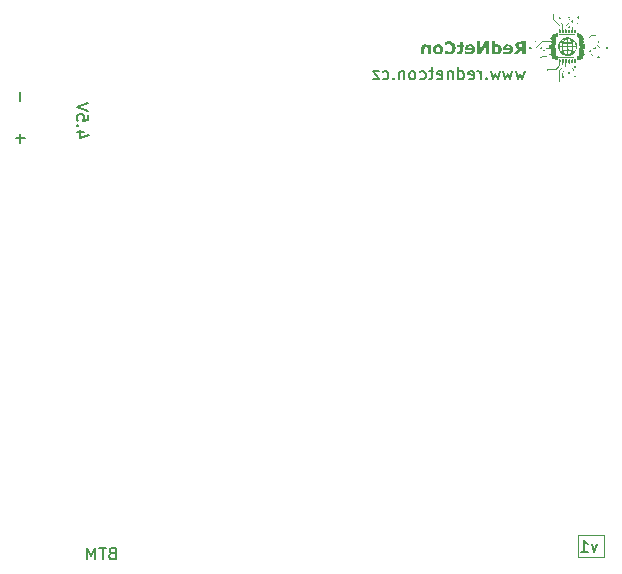
<source format=gbo>
G04 #@! TF.GenerationSoftware,KiCad,Pcbnew,8.0.6*
G04 #@! TF.CreationDate,2025-01-02T19:07:44+01:00*
G04 #@! TF.ProjectId,kostka,6b6f7374-6b61-42e6-9b69-6361645f7063,1*
G04 #@! TF.SameCoordinates,Original*
G04 #@! TF.FileFunction,Legend,Bot*
G04 #@! TF.FilePolarity,Positive*
%FSLAX46Y46*%
G04 Gerber Fmt 4.6, Leading zero omitted, Abs format (unit mm)*
G04 Created by KiCad (PCBNEW 8.0.6) date 2025-01-02 19:07:44*
%MOMM*%
%LPD*%
G01*
G04 APERTURE LIST*
%ADD10C,0.150000*%
%ADD11C,0.100000*%
%ADD12C,0.200000*%
%ADD13C,0.000000*%
%ADD14C,2.800000*%
%ADD15R,1.600000X1.600000*%
%ADD16O,1.600000X1.600000*%
%ADD17C,1.600000*%
%ADD18R,1.050000X1.500000*%
%ADD19O,1.050000X1.500000*%
%ADD20R,2.000000X2.000000*%
%ADD21C,2.000000*%
%ADD22R,1.800000X1.800000*%
%ADD23C,1.800000*%
%ADD24R,1.500000X1.050000*%
%ADD25O,1.500000X1.050000*%
%ADD26R,2.400000X2.400000*%
%ADD27C,2.400000*%
G04 APERTURE END LIST*
D10*
X137956847Y-72577149D02*
X137290180Y-72577149D01*
X138337800Y-72815244D02*
X137623514Y-73053339D01*
X137623514Y-73053339D02*
X137623514Y-72434292D01*
X137385419Y-72053339D02*
X137337800Y-72005720D01*
X137337800Y-72005720D02*
X137290180Y-72053339D01*
X137290180Y-72053339D02*
X137337800Y-72100958D01*
X137337800Y-72100958D02*
X137385419Y-72053339D01*
X137385419Y-72053339D02*
X137290180Y-72053339D01*
X138290180Y-71100959D02*
X138290180Y-71577149D01*
X138290180Y-71577149D02*
X137813990Y-71624768D01*
X137813990Y-71624768D02*
X137861609Y-71577149D01*
X137861609Y-71577149D02*
X137909228Y-71481911D01*
X137909228Y-71481911D02*
X137909228Y-71243816D01*
X137909228Y-71243816D02*
X137861609Y-71148578D01*
X137861609Y-71148578D02*
X137813990Y-71100959D01*
X137813990Y-71100959D02*
X137718752Y-71053340D01*
X137718752Y-71053340D02*
X137480657Y-71053340D01*
X137480657Y-71053340D02*
X137385419Y-71100959D01*
X137385419Y-71100959D02*
X137337800Y-71148578D01*
X137337800Y-71148578D02*
X137290180Y-71243816D01*
X137290180Y-71243816D02*
X137290180Y-71481911D01*
X137290180Y-71481911D02*
X137337800Y-71577149D01*
X137337800Y-71577149D02*
X137385419Y-71624768D01*
X138290180Y-70767625D02*
X137290180Y-70434292D01*
X137290180Y-70434292D02*
X138290180Y-70100959D01*
X132521366Y-69234279D02*
X132521366Y-69996184D01*
X132521366Y-72726779D02*
X132521366Y-73488684D01*
X132902319Y-73107731D02*
X132140414Y-73107731D01*
D11*
X179705000Y-106680000D02*
X179705000Y-108585000D01*
X181927500Y-106680000D02*
X179705000Y-106680000D01*
X181927500Y-108585000D02*
X181927500Y-106680000D01*
X179705000Y-108585000D02*
X181927500Y-108585000D01*
D10*
X181368458Y-107470652D02*
X181130363Y-108137319D01*
X181130363Y-108137319D02*
X180892268Y-107470652D01*
X179987506Y-108137319D02*
X180558934Y-108137319D01*
X180273220Y-108137319D02*
X180273220Y-107137319D01*
X180273220Y-107137319D02*
X180368458Y-107280176D01*
X180368458Y-107280176D02*
X180463696Y-107375414D01*
X180463696Y-107375414D02*
X180558934Y-107423033D01*
X140299887Y-108248509D02*
X140157030Y-108296128D01*
X140157030Y-108296128D02*
X140109411Y-108343747D01*
X140109411Y-108343747D02*
X140061792Y-108438985D01*
X140061792Y-108438985D02*
X140061792Y-108581842D01*
X140061792Y-108581842D02*
X140109411Y-108677080D01*
X140109411Y-108677080D02*
X140157030Y-108724700D01*
X140157030Y-108724700D02*
X140252268Y-108772319D01*
X140252268Y-108772319D02*
X140633220Y-108772319D01*
X140633220Y-108772319D02*
X140633220Y-107772319D01*
X140633220Y-107772319D02*
X140299887Y-107772319D01*
X140299887Y-107772319D02*
X140204649Y-107819938D01*
X140204649Y-107819938D02*
X140157030Y-107867557D01*
X140157030Y-107867557D02*
X140109411Y-107962795D01*
X140109411Y-107962795D02*
X140109411Y-108058033D01*
X140109411Y-108058033D02*
X140157030Y-108153271D01*
X140157030Y-108153271D02*
X140204649Y-108200890D01*
X140204649Y-108200890D02*
X140299887Y-108248509D01*
X140299887Y-108248509D02*
X140633220Y-108248509D01*
X139776077Y-107772319D02*
X139204649Y-107772319D01*
X139490363Y-108772319D02*
X139490363Y-107772319D01*
X138871315Y-108772319D02*
X138871315Y-107772319D01*
X138871315Y-107772319D02*
X138537982Y-108486604D01*
X138537982Y-108486604D02*
X138204649Y-107772319D01*
X138204649Y-107772319D02*
X138204649Y-108772319D01*
D12*
X175225564Y-67450552D02*
X175035088Y-68117219D01*
X175035088Y-68117219D02*
X174844612Y-67641028D01*
X174844612Y-67641028D02*
X174654136Y-68117219D01*
X174654136Y-68117219D02*
X174463660Y-67450552D01*
X174177945Y-67450552D02*
X173987469Y-68117219D01*
X173987469Y-68117219D02*
X173796993Y-67641028D01*
X173796993Y-67641028D02*
X173606517Y-68117219D01*
X173606517Y-68117219D02*
X173416041Y-67450552D01*
X173130326Y-67450552D02*
X172939850Y-68117219D01*
X172939850Y-68117219D02*
X172749374Y-67641028D01*
X172749374Y-67641028D02*
X172558898Y-68117219D01*
X172558898Y-68117219D02*
X172368422Y-67450552D01*
X171987469Y-68021980D02*
X171939850Y-68069600D01*
X171939850Y-68069600D02*
X171987469Y-68117219D01*
X171987469Y-68117219D02*
X172035088Y-68069600D01*
X172035088Y-68069600D02*
X171987469Y-68021980D01*
X171987469Y-68021980D02*
X171987469Y-68117219D01*
X171511279Y-68117219D02*
X171511279Y-67450552D01*
X171511279Y-67641028D02*
X171463660Y-67545790D01*
X171463660Y-67545790D02*
X171416041Y-67498171D01*
X171416041Y-67498171D02*
X171320803Y-67450552D01*
X171320803Y-67450552D02*
X171225565Y-67450552D01*
X170511279Y-68069600D02*
X170606517Y-68117219D01*
X170606517Y-68117219D02*
X170796993Y-68117219D01*
X170796993Y-68117219D02*
X170892231Y-68069600D01*
X170892231Y-68069600D02*
X170939850Y-67974361D01*
X170939850Y-67974361D02*
X170939850Y-67593409D01*
X170939850Y-67593409D02*
X170892231Y-67498171D01*
X170892231Y-67498171D02*
X170796993Y-67450552D01*
X170796993Y-67450552D02*
X170606517Y-67450552D01*
X170606517Y-67450552D02*
X170511279Y-67498171D01*
X170511279Y-67498171D02*
X170463660Y-67593409D01*
X170463660Y-67593409D02*
X170463660Y-67688647D01*
X170463660Y-67688647D02*
X170939850Y-67783885D01*
X169606517Y-68117219D02*
X169606517Y-67117219D01*
X169606517Y-68069600D02*
X169701755Y-68117219D01*
X169701755Y-68117219D02*
X169892231Y-68117219D01*
X169892231Y-68117219D02*
X169987469Y-68069600D01*
X169987469Y-68069600D02*
X170035088Y-68021980D01*
X170035088Y-68021980D02*
X170082707Y-67926742D01*
X170082707Y-67926742D02*
X170082707Y-67641028D01*
X170082707Y-67641028D02*
X170035088Y-67545790D01*
X170035088Y-67545790D02*
X169987469Y-67498171D01*
X169987469Y-67498171D02*
X169892231Y-67450552D01*
X169892231Y-67450552D02*
X169701755Y-67450552D01*
X169701755Y-67450552D02*
X169606517Y-67498171D01*
X169130326Y-67450552D02*
X169130326Y-68117219D01*
X169130326Y-67545790D02*
X169082707Y-67498171D01*
X169082707Y-67498171D02*
X168987469Y-67450552D01*
X168987469Y-67450552D02*
X168844612Y-67450552D01*
X168844612Y-67450552D02*
X168749374Y-67498171D01*
X168749374Y-67498171D02*
X168701755Y-67593409D01*
X168701755Y-67593409D02*
X168701755Y-68117219D01*
X167844612Y-68069600D02*
X167939850Y-68117219D01*
X167939850Y-68117219D02*
X168130326Y-68117219D01*
X168130326Y-68117219D02*
X168225564Y-68069600D01*
X168225564Y-68069600D02*
X168273183Y-67974361D01*
X168273183Y-67974361D02*
X168273183Y-67593409D01*
X168273183Y-67593409D02*
X168225564Y-67498171D01*
X168225564Y-67498171D02*
X168130326Y-67450552D01*
X168130326Y-67450552D02*
X167939850Y-67450552D01*
X167939850Y-67450552D02*
X167844612Y-67498171D01*
X167844612Y-67498171D02*
X167796993Y-67593409D01*
X167796993Y-67593409D02*
X167796993Y-67688647D01*
X167796993Y-67688647D02*
X168273183Y-67783885D01*
X167511278Y-67450552D02*
X167130326Y-67450552D01*
X167368421Y-67117219D02*
X167368421Y-67974361D01*
X167368421Y-67974361D02*
X167320802Y-68069600D01*
X167320802Y-68069600D02*
X167225564Y-68117219D01*
X167225564Y-68117219D02*
X167130326Y-68117219D01*
X166368421Y-68069600D02*
X166463659Y-68117219D01*
X166463659Y-68117219D02*
X166654135Y-68117219D01*
X166654135Y-68117219D02*
X166749373Y-68069600D01*
X166749373Y-68069600D02*
X166796992Y-68021980D01*
X166796992Y-68021980D02*
X166844611Y-67926742D01*
X166844611Y-67926742D02*
X166844611Y-67641028D01*
X166844611Y-67641028D02*
X166796992Y-67545790D01*
X166796992Y-67545790D02*
X166749373Y-67498171D01*
X166749373Y-67498171D02*
X166654135Y-67450552D01*
X166654135Y-67450552D02*
X166463659Y-67450552D01*
X166463659Y-67450552D02*
X166368421Y-67498171D01*
X165796992Y-68117219D02*
X165892230Y-68069600D01*
X165892230Y-68069600D02*
X165939849Y-68021980D01*
X165939849Y-68021980D02*
X165987468Y-67926742D01*
X165987468Y-67926742D02*
X165987468Y-67641028D01*
X165987468Y-67641028D02*
X165939849Y-67545790D01*
X165939849Y-67545790D02*
X165892230Y-67498171D01*
X165892230Y-67498171D02*
X165796992Y-67450552D01*
X165796992Y-67450552D02*
X165654135Y-67450552D01*
X165654135Y-67450552D02*
X165558897Y-67498171D01*
X165558897Y-67498171D02*
X165511278Y-67545790D01*
X165511278Y-67545790D02*
X165463659Y-67641028D01*
X165463659Y-67641028D02*
X165463659Y-67926742D01*
X165463659Y-67926742D02*
X165511278Y-68021980D01*
X165511278Y-68021980D02*
X165558897Y-68069600D01*
X165558897Y-68069600D02*
X165654135Y-68117219D01*
X165654135Y-68117219D02*
X165796992Y-68117219D01*
X165035087Y-67450552D02*
X165035087Y-68117219D01*
X165035087Y-67545790D02*
X164987468Y-67498171D01*
X164987468Y-67498171D02*
X164892230Y-67450552D01*
X164892230Y-67450552D02*
X164749373Y-67450552D01*
X164749373Y-67450552D02*
X164654135Y-67498171D01*
X164654135Y-67498171D02*
X164606516Y-67593409D01*
X164606516Y-67593409D02*
X164606516Y-68117219D01*
X164130325Y-68021980D02*
X164082706Y-68069600D01*
X164082706Y-68069600D02*
X164130325Y-68117219D01*
X164130325Y-68117219D02*
X164177944Y-68069600D01*
X164177944Y-68069600D02*
X164130325Y-68021980D01*
X164130325Y-68021980D02*
X164130325Y-68117219D01*
X163225564Y-68069600D02*
X163320802Y-68117219D01*
X163320802Y-68117219D02*
X163511278Y-68117219D01*
X163511278Y-68117219D02*
X163606516Y-68069600D01*
X163606516Y-68069600D02*
X163654135Y-68021980D01*
X163654135Y-68021980D02*
X163701754Y-67926742D01*
X163701754Y-67926742D02*
X163701754Y-67641028D01*
X163701754Y-67641028D02*
X163654135Y-67545790D01*
X163654135Y-67545790D02*
X163606516Y-67498171D01*
X163606516Y-67498171D02*
X163511278Y-67450552D01*
X163511278Y-67450552D02*
X163320802Y-67450552D01*
X163320802Y-67450552D02*
X163225564Y-67498171D01*
X162892230Y-67450552D02*
X162368421Y-67450552D01*
X162368421Y-67450552D02*
X162892230Y-68117219D01*
X162892230Y-68117219D02*
X162368421Y-68117219D01*
D13*
G36*
X176192463Y-65006779D02*
G01*
X176180584Y-65029002D01*
X176152169Y-65050209D01*
X176140598Y-65049367D01*
X176132140Y-65034079D01*
X176168835Y-64996789D01*
X176176672Y-64990395D01*
X176199247Y-64978215D01*
X176192463Y-65006779D01*
G37*
G36*
X178973625Y-64309590D02*
G01*
X179192021Y-64311402D01*
X179365245Y-64315002D01*
X179491368Y-64320319D01*
X179568458Y-64327286D01*
X179594583Y-64335834D01*
X179588567Y-64340115D01*
X179537822Y-64347915D01*
X179437037Y-64354101D01*
X179288143Y-64358606D01*
X179093070Y-64361359D01*
X178853750Y-64362292D01*
X178733875Y-64362077D01*
X178515479Y-64360265D01*
X178342255Y-64356665D01*
X178216132Y-64351348D01*
X178139043Y-64344381D01*
X178112917Y-64335834D01*
X178118933Y-64331552D01*
X178169678Y-64323752D01*
X178270463Y-64317566D01*
X178419358Y-64313061D01*
X178614430Y-64310308D01*
X178853750Y-64309375D01*
X178973625Y-64309590D01*
G37*
G36*
X179033155Y-63630774D02*
G01*
X179039302Y-63637085D01*
X179063159Y-63679220D01*
X179045056Y-63727361D01*
X179038747Y-63738612D01*
X179017532Y-63805487D01*
X179013450Y-63874275D01*
X179028646Y-63919826D01*
X179040446Y-63952242D01*
X179050514Y-64018932D01*
X179056319Y-64097928D01*
X179056362Y-64168136D01*
X179049146Y-64208463D01*
X179028800Y-64221486D01*
X178976931Y-64224899D01*
X178970056Y-64223764D01*
X178937598Y-64207897D01*
X178920351Y-64167102D01*
X178911681Y-64087403D01*
X178910537Y-64044197D01*
X178916638Y-63971198D01*
X178931525Y-63929976D01*
X178933057Y-63928356D01*
X178952332Y-63885030D01*
X178958902Y-63826792D01*
X178952567Y-63775685D01*
X178933125Y-63753750D01*
X178918273Y-63748139D01*
X178907125Y-63712847D01*
X178917701Y-63663168D01*
X178947682Y-63620356D01*
X178955007Y-63614532D01*
X178992182Y-63601719D01*
X179033155Y-63630774D01*
G37*
G36*
X171471875Y-65195729D02*
G01*
X171472923Y-65284634D01*
X171477048Y-65382286D01*
X171483573Y-65448882D01*
X171491719Y-65473496D01*
X171492284Y-65473404D01*
X171514576Y-65449621D01*
X171557885Y-65389784D01*
X171616209Y-65302562D01*
X171683542Y-65196620D01*
X171855521Y-64919790D01*
X172020886Y-64918853D01*
X172186250Y-64917917D01*
X172186250Y-65447084D01*
X172186250Y-65976250D01*
X172067188Y-65976250D01*
X171948125Y-65976250D01*
X171948125Y-65626622D01*
X171948283Y-65511582D01*
X171946772Y-65407746D01*
X171939745Y-65344889D01*
X171923330Y-65323585D01*
X171893651Y-65344408D01*
X171846835Y-65407930D01*
X171779008Y-65514724D01*
X171686295Y-65665365D01*
X171494736Y-65976250D01*
X171364243Y-65976250D01*
X171233750Y-65976250D01*
X171233750Y-65447084D01*
X171233750Y-64917917D01*
X171352813Y-64917917D01*
X171471875Y-64917917D01*
X171471875Y-65195729D01*
G37*
G36*
X179296529Y-63100398D02*
G01*
X179313500Y-63119158D01*
X179325648Y-63156632D01*
X179304237Y-63210056D01*
X179298180Y-63223416D01*
X179287115Y-63267746D01*
X179280607Y-63335566D01*
X179278410Y-63434203D01*
X179280279Y-63570983D01*
X179285965Y-63753233D01*
X179303235Y-64230000D01*
X179237242Y-64230000D01*
X179235055Y-64229997D01*
X179199393Y-64226184D01*
X179180315Y-64206738D01*
X179172656Y-64159235D01*
X179171250Y-64071250D01*
X179174061Y-63999557D01*
X179183615Y-63936600D01*
X179197708Y-63912500D01*
X179204703Y-63903137D01*
X179213869Y-63852439D01*
X179220166Y-63768327D01*
X179223594Y-63662870D01*
X179224154Y-63548137D01*
X179221845Y-63436197D01*
X179216668Y-63339117D01*
X179208623Y-63268966D01*
X179197708Y-63237813D01*
X179173835Y-63199578D01*
X179178620Y-63141999D01*
X179212266Y-63091190D01*
X179218279Y-63086363D01*
X179255983Y-63072210D01*
X179296529Y-63100398D01*
G37*
G36*
X166830552Y-65165638D02*
G01*
X166940886Y-65208669D01*
X166987641Y-65235119D01*
X167018878Y-65242767D01*
X167026875Y-65221799D01*
X167035059Y-65201700D01*
X167075723Y-65186826D01*
X167159167Y-65182500D01*
X167291458Y-65182500D01*
X167291458Y-65579375D01*
X167291458Y-65976250D01*
X167159167Y-65976250D01*
X167026875Y-65976250D01*
X167026875Y-65699369D01*
X167026293Y-65616714D01*
X167020569Y-65504505D01*
X167005155Y-65431963D01*
X166975729Y-65390624D01*
X166927973Y-65372027D01*
X166857566Y-65367709D01*
X166809067Y-65376520D01*
X166773356Y-65409312D01*
X166750878Y-65473250D01*
X166739187Y-65575483D01*
X166735833Y-65723157D01*
X166735833Y-65976250D01*
X166603542Y-65976250D01*
X166471250Y-65976250D01*
X166471250Y-65673224D01*
X166472203Y-65590407D01*
X166478142Y-65460071D01*
X166488684Y-65359735D01*
X166502860Y-65300823D01*
X166530950Y-65255697D01*
X166611733Y-65192066D01*
X166716218Y-65161075D01*
X166830552Y-65165638D01*
G37*
G36*
X179002017Y-66405816D02*
G01*
X179034477Y-66421678D01*
X179051729Y-66462475D01*
X179060403Y-66542181D01*
X179061546Y-66585386D01*
X179055446Y-66658386D01*
X179040559Y-66699608D01*
X179038418Y-66702639D01*
X179028154Y-66746858D01*
X179020419Y-66829444D01*
X179015235Y-66938995D01*
X179012626Y-67064108D01*
X179012612Y-67193383D01*
X179015216Y-67315418D01*
X179020461Y-67418811D01*
X179028367Y-67492160D01*
X179038958Y-67524063D01*
X179040003Y-67524732D01*
X179062859Y-67564969D01*
X179059790Y-67617401D01*
X179032344Y-67652061D01*
X178983226Y-67663633D01*
X178928784Y-67647828D01*
X178907548Y-67601079D01*
X178928949Y-67534146D01*
X178930153Y-67531915D01*
X178940333Y-67485820D01*
X178948580Y-67401931D01*
X178954746Y-67291576D01*
X178958681Y-67166082D01*
X178960240Y-67036776D01*
X178959273Y-66914986D01*
X178955632Y-66812038D01*
X178949171Y-66739261D01*
X178939740Y-66707981D01*
X178932286Y-66689082D01*
X178927286Y-66629621D01*
X178929047Y-66546161D01*
X178934029Y-66479789D01*
X178943958Y-66426235D01*
X178962504Y-66405142D01*
X178995193Y-66404690D01*
X179002017Y-66405816D01*
G37*
G36*
X168335353Y-65579161D02*
G01*
X168335169Y-65593787D01*
X168310682Y-65746556D01*
X168245014Y-65866122D01*
X168138125Y-65952563D01*
X168093720Y-65971760D01*
X167979354Y-65994894D01*
X167852632Y-65995740D01*
X167734013Y-65975079D01*
X167643951Y-65933692D01*
X167608579Y-65905920D01*
X167524480Y-65816814D01*
X167480527Y-65715798D01*
X167471837Y-65626382D01*
X167741729Y-65626382D01*
X167757257Y-65715116D01*
X167789636Y-65773712D01*
X167863113Y-65811336D01*
X167945922Y-65810092D01*
X168014962Y-65769115D01*
X168041843Y-65718345D01*
X168058668Y-65630314D01*
X168058869Y-65531895D01*
X168042686Y-65443374D01*
X168010365Y-65385038D01*
X168000454Y-65376753D01*
X167923590Y-65344168D01*
X167844436Y-65352362D01*
X167782438Y-65400054D01*
X167762777Y-65439119D01*
X167743439Y-65527665D01*
X167741729Y-65626382D01*
X167471837Y-65626382D01*
X167467847Y-65585321D01*
X167479054Y-65466431D01*
X167529395Y-65333616D01*
X167618348Y-65236289D01*
X167743894Y-65176435D01*
X167904015Y-65156042D01*
X168019758Y-65166281D01*
X168154797Y-65214801D01*
X168253886Y-65301236D01*
X168314810Y-65423414D01*
X168329119Y-65531895D01*
X168335353Y-65579161D01*
G37*
G36*
X175334792Y-65447084D02*
G01*
X175334792Y-65976250D01*
X175189271Y-65976250D01*
X175043750Y-65976250D01*
X175043750Y-65791042D01*
X175043646Y-65746600D01*
X175041185Y-65667742D01*
X175032413Y-65625672D01*
X175013373Y-65608874D01*
X174980109Y-65605834D01*
X174958577Y-65608952D01*
X174912937Y-65635130D01*
X174855589Y-65693563D01*
X174779167Y-65791042D01*
X174641866Y-65976250D01*
X174470955Y-65976250D01*
X174300045Y-65976250D01*
X174471110Y-65757176D01*
X174642176Y-65538101D01*
X174553226Y-65453465D01*
X174524605Y-65423666D01*
X174458253Y-65314932D01*
X174441922Y-65206060D01*
X174728171Y-65206060D01*
X174729087Y-65268619D01*
X174779167Y-65341250D01*
X174830768Y-65375458D01*
X174937917Y-65394167D01*
X175043750Y-65394167D01*
X175043750Y-65261875D01*
X175043750Y-65129584D01*
X174916750Y-65129584D01*
X174859624Y-65133013D01*
X174772867Y-65159036D01*
X174728171Y-65206060D01*
X174441922Y-65206060D01*
X174441064Y-65200343D01*
X174474574Y-65087059D01*
X174496785Y-65050327D01*
X174547045Y-64995448D01*
X174615329Y-64957471D01*
X174710271Y-64933694D01*
X174840509Y-64921410D01*
X175014676Y-64917917D01*
X175334792Y-64917917D01*
X175334792Y-65261875D01*
X175334792Y-65447084D01*
G37*
G36*
X178467440Y-66399584D02*
G01*
X178471990Y-66399594D01*
X178508195Y-66403474D01*
X178527378Y-66422927D01*
X178534931Y-66470398D01*
X178536250Y-66558334D01*
X178533440Y-66630026D01*
X178523885Y-66692984D01*
X178509792Y-66717084D01*
X178497331Y-66736052D01*
X178487185Y-66795807D01*
X178483333Y-66883443D01*
X178483077Y-66934668D01*
X178477957Y-67005845D01*
X178459776Y-67058072D01*
X178420237Y-67109955D01*
X178351042Y-67180104D01*
X178218750Y-67310407D01*
X178218750Y-67754578D01*
X178218927Y-67817301D01*
X178221470Y-67978344D01*
X178226852Y-68098196D01*
X178234843Y-68172963D01*
X178245208Y-68198750D01*
X178254810Y-68201133D01*
X178270306Y-68232110D01*
X178265027Y-68281206D01*
X178239917Y-68325750D01*
X178222438Y-68341207D01*
X178192292Y-68357500D01*
X178180520Y-68353457D01*
X178144667Y-68325750D01*
X178134445Y-68313245D01*
X178115638Y-68264751D01*
X178116966Y-68219029D01*
X178139375Y-68198750D01*
X178143111Y-68195786D01*
X178152704Y-68153095D01*
X178159844Y-68062734D01*
X178164297Y-67928597D01*
X178165833Y-67754578D01*
X178165833Y-67310407D01*
X178300334Y-67179110D01*
X178434834Y-67047813D01*
X178416732Y-66723698D01*
X178398630Y-66399583D01*
X178467440Y-66399584D01*
G37*
G36*
X179592857Y-67078243D02*
G01*
X179562833Y-67135125D01*
X179536261Y-67155767D01*
X179481894Y-67161341D01*
X179436817Y-67115796D01*
X179432865Y-67102664D01*
X179453466Y-67102664D01*
X179463596Y-67119146D01*
X179505640Y-67140417D01*
X179512661Y-67139928D01*
X179550151Y-67115077D01*
X179561924Y-67071031D01*
X179539795Y-67033427D01*
X179493059Y-67027479D01*
X179457175Y-67055971D01*
X179453466Y-67102664D01*
X179432865Y-67102664D01*
X179423741Y-67072343D01*
X179449115Y-67025082D01*
X179460871Y-67007028D01*
X179478112Y-66948458D01*
X179487609Y-66873000D01*
X179488628Y-66797832D01*
X179480434Y-66740134D01*
X179462292Y-66717084D01*
X179450343Y-66700221D01*
X179439850Y-66642893D01*
X179435833Y-66558334D01*
X179435835Y-66552769D01*
X179437426Y-66467112D01*
X179445528Y-66421312D01*
X179465320Y-66402945D01*
X179501979Y-66399584D01*
X179504298Y-66399587D01*
X179539988Y-66403405D01*
X179559071Y-66422851D01*
X179566725Y-66470352D01*
X179568125Y-66558334D01*
X179565315Y-66630026D01*
X179555760Y-66692984D01*
X179541667Y-66717084D01*
X179532487Y-66721522D01*
X179518487Y-66761058D01*
X179514531Y-66827151D01*
X179519815Y-66902135D01*
X179533538Y-66968348D01*
X179554896Y-67008125D01*
X179570208Y-67022648D01*
X179589919Y-67071031D01*
X179592857Y-67078243D01*
G37*
G36*
X177735405Y-62597608D02*
G01*
X177757354Y-62623036D01*
X177761349Y-62655666D01*
X177733354Y-62706128D01*
X177726134Y-62718643D01*
X177699769Y-62800169D01*
X177689583Y-62900034D01*
X177689698Y-62923822D01*
X177692818Y-62970107D01*
X177704612Y-63010955D01*
X177730862Y-63054903D01*
X177777350Y-63110490D01*
X177849857Y-63186253D01*
X177954167Y-63290729D01*
X178218750Y-63554320D01*
X178218750Y-63733410D01*
X178222102Y-63823059D01*
X178231520Y-63888105D01*
X178245208Y-63912500D01*
X178257157Y-63929363D01*
X178267650Y-63986691D01*
X178271667Y-64071250D01*
X178271665Y-64076814D01*
X178270075Y-64162472D01*
X178261972Y-64208271D01*
X178242180Y-64226639D01*
X178205521Y-64230000D01*
X178204338Y-64229999D01*
X178168037Y-64226364D01*
X178148611Y-64207277D01*
X178140809Y-64160255D01*
X178139375Y-64072812D01*
X178142076Y-64002166D01*
X178151677Y-63932579D01*
X178165833Y-63899271D01*
X178176901Y-63878496D01*
X178187996Y-63816770D01*
X178192292Y-63731849D01*
X178192292Y-63580778D01*
X177927708Y-63317188D01*
X177663125Y-63053597D01*
X177663125Y-62897268D01*
X177660361Y-62816906D01*
X177646686Y-62746827D01*
X177619139Y-62708774D01*
X177590850Y-62663470D01*
X177602711Y-62610883D01*
X177651348Y-62572136D01*
X177684989Y-62570754D01*
X177735405Y-62597608D01*
G37*
G36*
X173276248Y-65680572D02*
G01*
X173242699Y-65803834D01*
X173185167Y-65904914D01*
X173106148Y-65970206D01*
X173047889Y-65990518D01*
X172925987Y-65996702D01*
X172808550Y-65961270D01*
X172748491Y-65938135D01*
X172720356Y-65948204D01*
X172709295Y-65957786D01*
X172657901Y-65971047D01*
X172580920Y-65976250D01*
X172450833Y-65976250D01*
X172450833Y-65566146D01*
X172728646Y-65566146D01*
X172728646Y-65777813D01*
X172839393Y-65785865D01*
X172921367Y-65781683D01*
X172972636Y-65749453D01*
X172999002Y-65681412D01*
X173006458Y-65569806D01*
X173002819Y-65502253D01*
X172982252Y-65442831D01*
X172935144Y-65394828D01*
X172868446Y-65358188D01*
X172796238Y-65346606D01*
X172768373Y-65351117D01*
X172745816Y-65364732D01*
X172733976Y-65397635D01*
X172729403Y-65461037D01*
X172728646Y-65566146D01*
X172450833Y-65566146D01*
X172450833Y-65420625D01*
X172450833Y-64865000D01*
X172583125Y-64865000D01*
X172715417Y-64865000D01*
X172715417Y-65037910D01*
X172715437Y-65058277D01*
X172717089Y-65141655D01*
X172723860Y-65183750D01*
X172739208Y-65194397D01*
X172766594Y-65183431D01*
X172808503Y-65166252D01*
X172919540Y-65156090D01*
X173035739Y-65184274D01*
X173141861Y-65245727D01*
X173222669Y-65335373D01*
X173261405Y-65421920D01*
X173283315Y-65548732D01*
X173282185Y-65569806D01*
X173276248Y-65680572D01*
G37*
G36*
X169990208Y-65063438D02*
G01*
X169990251Y-65076019D01*
X169994674Y-65144257D01*
X170010775Y-65175210D01*
X170044802Y-65182500D01*
X170070617Y-65185288D01*
X170091322Y-65208693D01*
X170091104Y-65268490D01*
X170075883Y-65329873D01*
X170043125Y-65354479D01*
X170039875Y-65354675D01*
X170021257Y-65368465D01*
X170007934Y-65409988D01*
X169998164Y-65487638D01*
X169990208Y-65609810D01*
X169982352Y-65718313D01*
X169963679Y-65835551D01*
X169933125Y-65913672D01*
X169887116Y-65960636D01*
X169822081Y-65984398D01*
X169758026Y-65993796D01*
X169641940Y-65997939D01*
X169547031Y-65986032D01*
X169528069Y-65979531D01*
X169496023Y-65947365D01*
X169487500Y-65881222D01*
X169487502Y-65878390D01*
X169491513Y-65820505D01*
X169513087Y-65801592D01*
X169566810Y-65808227D01*
X169604389Y-65813774D01*
X169664014Y-65805993D01*
X169701169Y-65766333D01*
X169720243Y-65688058D01*
X169725625Y-65564428D01*
X169725625Y-65370751D01*
X169613177Y-65362615D01*
X169584169Y-65360286D01*
X169527260Y-65349402D01*
X169501990Y-65322940D01*
X169492438Y-65268490D01*
X169489446Y-65228965D01*
X169497200Y-65196364D01*
X169531242Y-65184269D01*
X169604886Y-65182500D01*
X169725625Y-65182500D01*
X169725625Y-65063438D01*
X169725625Y-64944375D01*
X169857917Y-64944375D01*
X169990208Y-64944375D01*
X169990208Y-65063438D01*
G37*
G36*
X178536039Y-67919994D02*
G01*
X178518611Y-67969445D01*
X178478503Y-67986798D01*
X178422610Y-67978240D01*
X178385723Y-67943891D01*
X178381798Y-67910128D01*
X178382062Y-67909270D01*
X178403958Y-67909270D01*
X178405118Y-67922049D01*
X178429546Y-67955500D01*
X178468995Y-67954924D01*
X178501248Y-67918267D01*
X178497550Y-67875194D01*
X178465518Y-67843978D01*
X178425066Y-67844870D01*
X178413543Y-67860376D01*
X178403958Y-67909270D01*
X178382062Y-67909270D01*
X178399783Y-67851646D01*
X178413450Y-67812136D01*
X178425698Y-67732061D01*
X178430417Y-67635875D01*
X178430733Y-67579734D01*
X178436193Y-67510635D01*
X178454974Y-67459430D01*
X178495332Y-67407908D01*
X178565522Y-67337860D01*
X178700627Y-67206563D01*
X178683428Y-66801081D01*
X178666229Y-66395600D01*
X178726917Y-66404206D01*
X178751979Y-66409967D01*
X178776090Y-66430816D01*
X178788722Y-66478055D01*
X178795539Y-66564948D01*
X178796964Y-66623332D01*
X178791083Y-66692305D01*
X178775696Y-66717084D01*
X178772087Y-66718467D01*
X178759056Y-66755355D01*
X178750801Y-66838530D01*
X178747917Y-66962727D01*
X178747917Y-67208370D01*
X178602396Y-67352084D01*
X178548681Y-67405771D01*
X178496588Y-67464330D01*
X178469224Y-67513128D01*
X178458637Y-67568204D01*
X178456875Y-67645596D01*
X178457236Y-67673573D01*
X178468689Y-67774950D01*
X178496563Y-67828334D01*
X178521468Y-67860020D01*
X178535619Y-67918267D01*
X178536039Y-67919994D01*
G37*
G36*
X171000268Y-65421119D02*
G01*
X171022083Y-65571373D01*
X171010669Y-65704726D01*
X170967298Y-65819764D01*
X170886843Y-65903972D01*
X170764365Y-65964891D01*
X170671039Y-65989081D01*
X170499090Y-65999338D01*
X170319425Y-65973109D01*
X170272556Y-65960666D01*
X170223985Y-65939226D01*
X170205076Y-65904512D01*
X170201875Y-65840817D01*
X170203783Y-65796696D01*
X170220693Y-65749031D01*
X170261562Y-65743971D01*
X170334167Y-65777813D01*
X170378383Y-65797483D01*
X170487432Y-65816072D01*
X170598296Y-65804135D01*
X170687786Y-65762663D01*
X170727074Y-65729494D01*
X170759595Y-65689048D01*
X170753265Y-65661150D01*
X170704613Y-65643755D01*
X170610168Y-65634817D01*
X170466458Y-65632292D01*
X170175417Y-65632292D01*
X170176910Y-65546302D01*
X170182757Y-65470971D01*
X170191511Y-65442552D01*
X170440000Y-65442552D01*
X170446924Y-65453817D01*
X170498615Y-65468531D01*
X170598750Y-65473542D01*
X170603268Y-65473534D01*
X170702975Y-65466868D01*
X170752779Y-65446605D01*
X170754289Y-65411068D01*
X170709115Y-65358580D01*
X170669654Y-65333449D01*
X170593948Y-65320072D01*
X170519429Y-65337231D01*
X170462609Y-65379775D01*
X170440000Y-65442552D01*
X170191511Y-65442552D01*
X170224321Y-65336033D01*
X170303927Y-65237302D01*
X170419657Y-65176682D01*
X170569590Y-65156083D01*
X170695739Y-65167488D01*
X170834257Y-65216572D01*
X170936713Y-65301984D01*
X170994906Y-65411068D01*
X171000268Y-65421119D01*
G37*
G36*
X177836429Y-67325625D02*
G01*
X177541350Y-67325625D01*
X177504972Y-67325706D01*
X177377844Y-67328180D01*
X177292723Y-67334897D01*
X177240817Y-67346920D01*
X177213333Y-67365313D01*
X177187431Y-67391532D01*
X177146434Y-67400570D01*
X177096213Y-67363475D01*
X177070481Y-67324161D01*
X177074933Y-67303610D01*
X177096663Y-67303610D01*
X177114859Y-67348859D01*
X177128191Y-67360904D01*
X177172506Y-67375950D01*
X177203279Y-67340121D01*
X177208748Y-67317529D01*
X177194737Y-67267313D01*
X177148457Y-67246250D01*
X177113306Y-67261260D01*
X177096663Y-67303610D01*
X177074933Y-67303610D01*
X177082025Y-67270871D01*
X177100699Y-67244181D01*
X177150964Y-67221264D01*
X177205981Y-67249481D01*
X177215611Y-67255303D01*
X177276394Y-67267573D01*
X177384330Y-67274134D01*
X177535387Y-67274679D01*
X177835104Y-67270188D01*
X178001611Y-67106084D01*
X178168117Y-66941979D01*
X178150136Y-66670781D01*
X178132154Y-66399584D01*
X178201910Y-66399584D01*
X178207236Y-66399597D01*
X178243631Y-66403493D01*
X178262854Y-66422947D01*
X178270376Y-66470410D01*
X178271667Y-66558334D01*
X178268856Y-66630026D01*
X178259302Y-66692984D01*
X178245208Y-66717084D01*
X178238332Y-66720938D01*
X178224324Y-66760455D01*
X178218750Y-66828909D01*
X178218747Y-66831608D01*
X178215584Y-66884864D01*
X178201800Y-66930645D01*
X178170482Y-66979955D01*
X178114716Y-67043799D01*
X178027589Y-67133180D01*
X177844471Y-67317529D01*
X177836429Y-67325625D01*
G37*
G36*
X174230736Y-65434799D02*
G01*
X174250000Y-65593068D01*
X174242904Y-65688910D01*
X174201289Y-65810200D01*
X174119039Y-65900333D01*
X173992282Y-65964891D01*
X173973000Y-65971256D01*
X173831525Y-65996893D01*
X173675329Y-65997306D01*
X173532080Y-65972062D01*
X173513864Y-65966489D01*
X173457256Y-65942382D01*
X173434183Y-65906545D01*
X173429792Y-65839770D01*
X173431174Y-65774628D01*
X173443701Y-65745579D01*
X173480060Y-65748768D01*
X173552935Y-65777813D01*
X173567655Y-65783702D01*
X173698103Y-65814469D01*
X173818839Y-65807259D01*
X173915703Y-65762663D01*
X173954990Y-65729494D01*
X173987511Y-65689048D01*
X173981181Y-65661150D01*
X173932530Y-65643755D01*
X173838085Y-65634817D01*
X173694375Y-65632292D01*
X173403333Y-65632292D01*
X173403333Y-65538838D01*
X173417568Y-65442552D01*
X173667917Y-65442552D01*
X173674841Y-65453817D01*
X173726532Y-65468531D01*
X173826667Y-65473542D01*
X173831184Y-65473534D01*
X173930892Y-65466868D01*
X173980696Y-65446605D01*
X173982206Y-65411068D01*
X173937031Y-65358580D01*
X173897571Y-65333449D01*
X173821865Y-65320072D01*
X173747346Y-65337231D01*
X173690526Y-65379775D01*
X173667917Y-65442552D01*
X173417568Y-65442552D01*
X173422365Y-65410102D01*
X173479293Y-65292629D01*
X173567106Y-65208129D01*
X173579145Y-65200820D01*
X173643109Y-65172432D01*
X173719148Y-65160604D01*
X173827259Y-65161772D01*
X173940275Y-65175776D01*
X174076061Y-65226343D01*
X174172819Y-65312621D01*
X174219487Y-65411068D01*
X174230736Y-65434799D01*
G37*
G36*
X169058666Y-64934786D02*
G01*
X169192946Y-65012325D01*
X169294215Y-65127917D01*
X169358315Y-65277890D01*
X169381086Y-65458574D01*
X169381090Y-65459873D01*
X169360684Y-65637084D01*
X169298725Y-65781714D01*
X169195411Y-65893455D01*
X169050938Y-65972001D01*
X168988913Y-65986642D01*
X168875279Y-65993974D01*
X168748438Y-65987716D01*
X168629957Y-65969230D01*
X168541404Y-65939874D01*
X168526829Y-65932157D01*
X168479988Y-65898629D01*
X168459895Y-65853863D01*
X168455625Y-65777133D01*
X168456518Y-65742130D01*
X168463611Y-65682700D01*
X168475469Y-65659576D01*
X168486596Y-65662951D01*
X168534404Y-65686720D01*
X168601146Y-65725586D01*
X168666199Y-65760324D01*
X168788284Y-65792000D01*
X168899317Y-65772281D01*
X169000667Y-65701083D01*
X169043514Y-65655339D01*
X169074627Y-65605317D01*
X169087861Y-65543810D01*
X169090625Y-65450147D01*
X169089821Y-65394345D01*
X169081265Y-65316731D01*
X169057981Y-65259867D01*
X169013421Y-65202761D01*
X169000787Y-65188876D01*
X168947741Y-65141987D01*
X168890134Y-65121113D01*
X168803971Y-65116354D01*
X168785986Y-65116561D01*
X168677073Y-65131872D01*
X168591205Y-65175886D01*
X168527472Y-65218270D01*
X168482608Y-65229193D01*
X168461134Y-65196522D01*
X168455625Y-65117034D01*
X168455662Y-65106339D01*
X168461430Y-65033512D01*
X168483858Y-64991015D01*
X168532721Y-64958783D01*
X168565330Y-64944976D01*
X168653548Y-64919671D01*
X168751003Y-64902353D01*
X168895533Y-64898971D01*
X169058666Y-64934786D01*
G37*
G36*
X178259619Y-62994727D02*
G01*
X178227190Y-63040199D01*
X178218851Y-63118839D01*
X178259989Y-63210653D01*
X178351042Y-63317188D01*
X178483333Y-63447490D01*
X178483333Y-63679995D01*
X178483576Y-63714926D01*
X178487949Y-63818727D01*
X178497027Y-63887566D01*
X178509792Y-63912500D01*
X178521741Y-63929363D01*
X178532234Y-63986691D01*
X178536250Y-64071250D01*
X178536249Y-64076814D01*
X178534658Y-64162472D01*
X178526555Y-64208271D01*
X178506763Y-64226639D01*
X178470104Y-64230000D01*
X178433617Y-64226691D01*
X178413542Y-64208261D01*
X178405455Y-64162115D01*
X178403958Y-64075660D01*
X178405625Y-64007840D01*
X178411854Y-63938007D01*
X178421114Y-63904164D01*
X178423676Y-63898963D01*
X178430113Y-63852495D01*
X178433384Y-63771048D01*
X178432811Y-63668243D01*
X178427352Y-63449479D01*
X178309822Y-63329508D01*
X178285490Y-63304206D01*
X178227657Y-63234677D01*
X178199619Y-63175974D01*
X178192292Y-63111227D01*
X178191933Y-63094150D01*
X178183913Y-63036281D01*
X178168664Y-63012917D01*
X178157230Y-63010913D01*
X178131497Y-62980076D01*
X178129374Y-62940170D01*
X178145982Y-62940170D01*
X178172500Y-62970949D01*
X178220295Y-62981153D01*
X178258957Y-62959160D01*
X178264310Y-62943255D01*
X178249973Y-62901265D01*
X178237932Y-62892490D01*
X178193766Y-62887099D01*
X178155321Y-62905909D01*
X178145982Y-62940170D01*
X178129374Y-62940170D01*
X178128819Y-62929747D01*
X178152129Y-62882991D01*
X178189757Y-62857880D01*
X178237516Y-62869735D01*
X178268984Y-62893951D01*
X178290240Y-62942004D01*
X178289513Y-62943255D01*
X178259619Y-62994727D01*
G37*
G36*
X179294800Y-66420482D02*
G01*
X179302125Y-66467086D01*
X179303542Y-66554932D01*
X179300764Y-66627370D01*
X179291167Y-66697041D01*
X179277083Y-66730313D01*
X179274364Y-66733074D01*
X179262304Y-66774561D01*
X179253827Y-66851962D01*
X179250625Y-66951150D01*
X179250625Y-67155635D01*
X179382917Y-67285938D01*
X179420670Y-67323412D01*
X179474553Y-67382645D01*
X179502705Y-67432447D01*
X179513474Y-67491206D01*
X179515208Y-67577308D01*
X179518168Y-67651570D01*
X179528494Y-67726682D01*
X179543673Y-67766840D01*
X179546864Y-67770189D01*
X179548498Y-67786054D01*
X179503985Y-67782276D01*
X179498612Y-67781292D01*
X179449682Y-67782231D01*
X179435833Y-67812850D01*
X179436633Y-67822790D01*
X179461940Y-67862780D01*
X179505542Y-67875368D01*
X179543932Y-67852033D01*
X179556858Y-67836480D01*
X179567720Y-67843768D01*
X179567479Y-67849309D01*
X179549370Y-67891186D01*
X179529184Y-67900440D01*
X179476610Y-67902210D01*
X179457128Y-67896467D01*
X179421133Y-67857330D01*
X179416656Y-67801316D01*
X179447786Y-67750018D01*
X179449547Y-67748492D01*
X179478948Y-67688483D01*
X179488750Y-67579360D01*
X179488648Y-67557510D01*
X179484002Y-67489367D01*
X179466141Y-67437341D01*
X179426486Y-67384122D01*
X179356458Y-67312396D01*
X179224167Y-67182094D01*
X179224167Y-66949589D01*
X179224087Y-66928116D01*
X179220112Y-66814784D01*
X179210645Y-66742486D01*
X179196388Y-66717084D01*
X179186191Y-66708208D01*
X179176304Y-66656296D01*
X179176544Y-66564948D01*
X179180518Y-66504509D01*
X179190463Y-66444187D01*
X179209778Y-66415206D01*
X179244011Y-66404358D01*
X179276958Y-66403460D01*
X179294800Y-66420482D01*
G37*
G36*
X179818167Y-62774238D02*
G01*
X179852513Y-62829599D01*
X179852188Y-62843903D01*
X179832929Y-62821094D01*
X179804189Y-62790536D01*
X179753851Y-62776106D01*
X179712930Y-62802409D01*
X179708766Y-62811540D01*
X179716783Y-62853322D01*
X179753841Y-62884877D01*
X179801570Y-62888388D01*
X179806037Y-62886848D01*
X179831043Y-62883210D01*
X179812865Y-62908481D01*
X179799383Y-62935868D01*
X179785169Y-63008618D01*
X179779792Y-63105193D01*
X179779554Y-63151391D01*
X179774495Y-63221979D01*
X179756365Y-63274112D01*
X179716816Y-63326177D01*
X179647500Y-63396563D01*
X179515208Y-63526865D01*
X179515208Y-63719683D01*
X179515217Y-63725044D01*
X179518906Y-63821721D01*
X179528234Y-63887939D01*
X179541667Y-63912500D01*
X179553616Y-63929363D01*
X179564109Y-63986691D01*
X179568125Y-64071250D01*
X179568124Y-64076814D01*
X179566533Y-64162472D01*
X179558430Y-64208271D01*
X179538638Y-64226639D01*
X179501979Y-64230000D01*
X179499661Y-64229997D01*
X179463970Y-64226179D01*
X179444887Y-64206733D01*
X179437234Y-64159231D01*
X179435833Y-64071250D01*
X179438644Y-63999557D01*
X179448199Y-63936600D01*
X179462292Y-63912500D01*
X179464191Y-63912054D01*
X179476949Y-63881223D01*
X179485578Y-63809239D01*
X179488750Y-63706453D01*
X179488750Y-63500407D01*
X179621042Y-63370104D01*
X179645520Y-63345855D01*
X179705500Y-63281732D01*
X179737768Y-63230879D01*
X179750866Y-63175793D01*
X179753333Y-63098970D01*
X179753118Y-63082071D01*
X179739992Y-62971115D01*
X179709563Y-62891337D01*
X179684901Y-62849925D01*
X179681542Y-62815823D01*
X179710060Y-62780268D01*
X179710088Y-62780240D01*
X179764448Y-62755623D01*
X179818167Y-62774238D01*
G37*
G36*
X179043134Y-62989604D02*
G01*
X179032480Y-63015463D01*
X179018126Y-63089145D01*
X179012500Y-63178917D01*
X179012374Y-63204515D01*
X179007646Y-63272982D01*
X178989739Y-63324980D01*
X178950109Y-63377986D01*
X178880208Y-63449479D01*
X178840471Y-63488932D01*
X178787509Y-63547454D01*
X178759972Y-63597208D01*
X178749545Y-63656735D01*
X178747917Y-63744579D01*
X178750934Y-63822643D01*
X178760513Y-63892569D01*
X178774375Y-63925729D01*
X178774922Y-63926093D01*
X178789742Y-63961342D01*
X178798415Y-64028145D01*
X178800394Y-64106062D01*
X178795130Y-64174652D01*
X178782079Y-64213477D01*
X178761892Y-64222732D01*
X178709318Y-64224502D01*
X178706437Y-64224056D01*
X178673783Y-64208718D01*
X178656058Y-64167695D01*
X178647098Y-64087403D01*
X178645954Y-64044197D01*
X178652054Y-63971198D01*
X178666941Y-63929976D01*
X178679370Y-63900777D01*
X178690651Y-63831066D01*
X178695000Y-63740849D01*
X178695238Y-63694651D01*
X178700297Y-63624063D01*
X178718427Y-63571930D01*
X178757976Y-63519865D01*
X178827292Y-63449479D01*
X178851318Y-63425681D01*
X178911503Y-63361387D01*
X178943912Y-63310481D01*
X178957090Y-63255484D01*
X178959583Y-63178917D01*
X178957662Y-63127061D01*
X178946589Y-63043609D01*
X178928949Y-62989604D01*
X178928348Y-62988632D01*
X178912997Y-62933542D01*
X178933125Y-62933542D01*
X178941822Y-62967750D01*
X178986042Y-62986459D01*
X179020250Y-62977762D01*
X179038958Y-62933542D01*
X179030262Y-62899334D01*
X178986042Y-62880625D01*
X178951834Y-62889322D01*
X178933125Y-62933542D01*
X178912997Y-62933542D01*
X178910614Y-62924989D01*
X178932176Y-62874638D01*
X178986042Y-62854167D01*
X178987056Y-62854172D01*
X179040488Y-62875215D01*
X179061512Y-62925889D01*
X179059305Y-62933542D01*
X179043134Y-62989604D01*
G37*
G36*
X181293327Y-64469654D02*
G01*
X181242653Y-64490678D01*
X181178938Y-64472301D01*
X181152061Y-64461382D01*
X181077889Y-64447212D01*
X180987626Y-64441667D01*
X180961046Y-64441781D01*
X180891947Y-64446313D01*
X180840814Y-64463983D01*
X180789941Y-64503596D01*
X180721623Y-64573959D01*
X180688990Y-64608615D01*
X180631221Y-64664312D01*
X180582771Y-64693380D01*
X180525231Y-64704475D01*
X180440190Y-64706250D01*
X180369417Y-64709031D01*
X180306583Y-64718593D01*
X180282500Y-64732709D01*
X180278023Y-64744880D01*
X180242813Y-64759167D01*
X180216925Y-64772113D01*
X180203125Y-64825313D01*
X180210893Y-64868458D01*
X180242813Y-64891459D01*
X180261070Y-64894444D01*
X180282500Y-64917917D01*
X180297674Y-64925425D01*
X180361996Y-64933503D01*
X180474022Y-64939448D01*
X180630811Y-64943120D01*
X180829427Y-64944375D01*
X180942579Y-64944218D01*
X181103686Y-64942975D01*
X181222991Y-64940061D01*
X181307574Y-64934965D01*
X181364510Y-64927177D01*
X181400878Y-64916185D01*
X181423754Y-64901479D01*
X181432366Y-64894418D01*
X181486141Y-64873702D01*
X181532629Y-64884601D01*
X181552095Y-64923701D01*
X181547688Y-64941997D01*
X181528307Y-64920676D01*
X181524582Y-64915541D01*
X181483812Y-64897648D01*
X181440413Y-64913097D01*
X181420208Y-64953943D01*
X181434840Y-64990390D01*
X181477034Y-65008284D01*
X181522818Y-64989933D01*
X181542196Y-64974750D01*
X181552500Y-64989169D01*
X181552499Y-64989544D01*
X181531953Y-65024680D01*
X181484297Y-65032443D01*
X181429395Y-65009545D01*
X181412469Y-65002222D01*
X181344753Y-64990095D01*
X181239446Y-64980742D01*
X181106597Y-64974177D01*
X180956252Y-64970418D01*
X180798458Y-64969480D01*
X180643264Y-64971378D01*
X180500716Y-64976130D01*
X180380863Y-64983751D01*
X180293751Y-64994257D01*
X180249427Y-65007665D01*
X180234173Y-65021198D01*
X180204963Y-65077553D01*
X180214968Y-65131860D01*
X180262656Y-65165824D01*
X180264985Y-65166367D01*
X180314205Y-65171265D01*
X180406157Y-65175549D01*
X180531633Y-65178960D01*
X180681425Y-65181243D01*
X180846324Y-65182139D01*
X181370459Y-65182500D01*
X181510338Y-65314792D01*
X181650217Y-65447084D01*
X181870473Y-65447084D01*
X181922408Y-65446673D01*
X182028346Y-65441053D01*
X182096629Y-65427472D01*
X182138129Y-65404187D01*
X182146741Y-65397127D01*
X182200516Y-65376410D01*
X182247004Y-65387310D01*
X182266470Y-65426409D01*
X182262063Y-65444705D01*
X182242682Y-65423384D01*
X182238957Y-65418250D01*
X182198187Y-65400356D01*
X182154788Y-65415806D01*
X182134584Y-65456652D01*
X182149215Y-65493098D01*
X182191409Y-65510993D01*
X182237193Y-65492641D01*
X182256571Y-65477458D01*
X182266875Y-65491878D01*
X182266874Y-65492253D01*
X182246328Y-65527388D01*
X182198672Y-65535151D01*
X182143770Y-65512254D01*
X182097600Y-65493043D01*
X182001135Y-65479278D01*
X181855665Y-65474383D01*
X181616435Y-65473542D01*
X181499584Y-65354479D01*
X181382732Y-65235417D01*
X180870783Y-65235417D01*
X180358833Y-65235417D01*
X180366968Y-65347865D01*
X180375104Y-65460313D01*
X180755288Y-65467673D01*
X180842237Y-65469164D01*
X180970007Y-65469879D01*
X181057897Y-65467232D01*
X181114393Y-65460485D01*
X181147979Y-65448895D01*
X181167141Y-65431723D01*
X181177981Y-65419377D01*
X181230364Y-65397572D01*
X181281417Y-65415344D01*
X181309616Y-65467316D01*
X181310614Y-65480019D01*
X181291370Y-65530500D01*
X181242381Y-65549841D01*
X181178938Y-65530634D01*
X181138567Y-65518779D01*
X181044370Y-65508628D01*
X180901681Y-65502600D01*
X180712807Y-65500842D01*
X180683836Y-65500930D01*
X180510668Y-65503449D01*
X180383131Y-65510222D01*
X180294916Y-65522547D01*
X180239716Y-65541724D01*
X180211221Y-65569053D01*
X180203125Y-65605834D01*
X180212305Y-65640796D01*
X180262387Y-65679840D01*
X180358322Y-65702884D01*
X180502671Y-65710825D01*
X180523470Y-65710838D01*
X180637049Y-65706634D01*
X180709439Y-65693817D01*
X180750482Y-65670798D01*
X180778498Y-65648566D01*
X180828333Y-65644620D01*
X180875474Y-65692901D01*
X180888067Y-65734776D01*
X180859107Y-65781399D01*
X180830402Y-65806375D01*
X180798096Y-65810031D01*
X180748039Y-65781895D01*
X180715368Y-65767724D01*
X180641916Y-65751530D01*
X180550167Y-65740904D01*
X180454235Y-65736371D01*
X180368237Y-65738457D01*
X180306287Y-65747686D01*
X180282500Y-65764584D01*
X180278023Y-65776755D01*
X180242813Y-65791042D01*
X180216925Y-65803988D01*
X180203125Y-65857188D01*
X180210893Y-65900333D01*
X180242813Y-65923334D01*
X180261070Y-65926319D01*
X180282500Y-65949792D01*
X180295665Y-65958441D01*
X180355099Y-65967985D01*
X180456770Y-65974096D01*
X180594491Y-65976250D01*
X180906482Y-65976250D01*
X181023334Y-66095313D01*
X181090938Y-66160752D01*
X181143665Y-66196660D01*
X181200734Y-66211476D01*
X181282086Y-66214375D01*
X181294753Y-66214284D01*
X181402432Y-66202975D01*
X181464857Y-66173506D01*
X181492873Y-66151275D01*
X181542708Y-66147329D01*
X181589849Y-66195610D01*
X181602442Y-66237485D01*
X181573482Y-66284107D01*
X181544777Y-66309083D01*
X181512471Y-66312739D01*
X181462414Y-66284604D01*
X181453888Y-66279469D01*
X181368499Y-66251196D01*
X181254669Y-66240834D01*
X181174970Y-66238022D01*
X181117779Y-66223365D01*
X181065044Y-66187677D01*
X180996875Y-66121771D01*
X180880024Y-66002709D01*
X180581262Y-66002709D01*
X180490913Y-66003665D01*
X180379488Y-66008632D01*
X180307837Y-66017326D01*
X180282500Y-66029167D01*
X180279833Y-66039382D01*
X180248300Y-66055625D01*
X180235734Y-66061922D01*
X180207410Y-66105278D01*
X180181840Y-66176242D01*
X180141445Y-66277288D01*
X180054554Y-66380997D01*
X179932313Y-66445861D01*
X179919586Y-66449635D01*
X179829226Y-66467557D01*
X179733490Y-66476257D01*
X179621042Y-66478959D01*
X179621042Y-66333438D01*
X179621606Y-66282385D01*
X179627447Y-66221542D01*
X179643378Y-66194233D01*
X179673958Y-66187917D01*
X179722194Y-66174641D01*
X179779792Y-66135000D01*
X179782352Y-66132403D01*
X179804665Y-66103264D01*
X179819288Y-66063744D01*
X179827790Y-66003215D01*
X179831741Y-65911047D01*
X179832708Y-65776610D01*
X179832828Y-65708147D01*
X179834553Y-65596724D01*
X179839833Y-65522007D01*
X179850552Y-65472985D01*
X179868598Y-65438650D01*
X179895856Y-65407989D01*
X179959004Y-65344841D01*
X179895856Y-65285517D01*
X179884651Y-65274669D01*
X179860620Y-65244968D01*
X179845410Y-65207072D01*
X179837021Y-65149801D01*
X179833453Y-65061977D01*
X179832708Y-64932421D01*
X179832524Y-64890742D01*
X179826889Y-64740509D01*
X179811685Y-64634850D01*
X179784614Y-64567338D01*
X179743381Y-64531545D01*
X179685687Y-64521042D01*
X179654197Y-64518710D01*
X179631948Y-64502324D01*
X179622811Y-64458904D01*
X179621042Y-64375521D01*
X179621042Y-64230000D01*
X179751611Y-64230000D01*
X179907906Y-64245643D01*
X180032198Y-64296160D01*
X180120970Y-64383524D01*
X180177192Y-64509688D01*
X180188193Y-64543647D01*
X180217742Y-64603489D01*
X180246251Y-64626875D01*
X180261330Y-64629287D01*
X180282500Y-64653334D01*
X180296111Y-64664404D01*
X180349672Y-64675497D01*
X180429970Y-64679792D01*
X180481875Y-64679312D01*
X180542480Y-64672873D01*
X180590024Y-64652132D01*
X180640634Y-64608720D01*
X180710437Y-64534271D01*
X180754778Y-64486242D01*
X180811565Y-64430981D01*
X180837036Y-64415209D01*
X181182083Y-64415209D01*
X181189671Y-64445587D01*
X181225392Y-64468697D01*
X181270278Y-64450486D01*
X181286774Y-64423368D01*
X181278787Y-64381346D01*
X181235000Y-64362292D01*
X181200792Y-64370988D01*
X181182083Y-64415209D01*
X180837036Y-64415209D01*
X180858504Y-64401916D01*
X180911550Y-64390641D01*
X180986660Y-64388750D01*
X181041615Y-64386679D01*
X181125214Y-64375587D01*
X181178938Y-64358116D01*
X181179910Y-64357514D01*
X181243553Y-64339780D01*
X181293904Y-64361343D01*
X181314375Y-64415209D01*
X181314370Y-64416223D01*
X181311556Y-64423368D01*
X181293327Y-64469654D01*
G37*
G36*
X176135590Y-65473542D02*
G01*
X175968785Y-65473542D01*
X175907524Y-65474981D01*
X175811538Y-65488145D01*
X175754579Y-65516438D01*
X175709897Y-65541317D01*
X175656016Y-65537376D01*
X175617210Y-65504571D01*
X175605930Y-65454935D01*
X175615865Y-65436084D01*
X175633602Y-65436084D01*
X175634719Y-65484993D01*
X175646080Y-65505223D01*
X175678750Y-65526459D01*
X175680814Y-65526397D01*
X175713880Y-65503442D01*
X175725508Y-65457067D01*
X175708722Y-65413555D01*
X175697827Y-65405095D01*
X175659915Y-65404357D01*
X175633602Y-65436084D01*
X175615865Y-65436084D01*
X175634621Y-65400498D01*
X175655019Y-65381632D01*
X175685852Y-65372964D01*
X175726312Y-65402550D01*
X175758440Y-65423077D01*
X175832158Y-65441458D01*
X175946576Y-65447084D01*
X176117631Y-65447084D01*
X176398561Y-65182500D01*
X176679492Y-64917917D01*
X177032402Y-64917556D01*
X177125738Y-64917244D01*
X177270844Y-64914897D01*
X177373739Y-64909056D01*
X177441480Y-64898293D01*
X177481128Y-64881185D01*
X177499740Y-64856305D01*
X177504375Y-64822227D01*
X177496710Y-64781994D01*
X177464688Y-64759167D01*
X177446430Y-64756182D01*
X177425000Y-64732709D01*
X177416012Y-64726644D01*
X177360632Y-64717981D01*
X177257592Y-64711579D01*
X177110185Y-64707611D01*
X176921701Y-64706250D01*
X176418401Y-64706250D01*
X176296379Y-64818698D01*
X176237253Y-64868008D01*
X176171344Y-64910314D01*
X176127335Y-64923265D01*
X176083060Y-64927791D01*
X176058311Y-64961914D01*
X176076587Y-65011680D01*
X176090977Y-65034710D01*
X176081696Y-65050209D01*
X176077019Y-65049872D01*
X176045890Y-65024192D01*
X176035521Y-64975216D01*
X176051950Y-64927792D01*
X176071758Y-64910445D01*
X176126412Y-64891459D01*
X176152395Y-64882787D01*
X176209212Y-64844358D01*
X176274063Y-64785625D01*
X176377406Y-64679792D01*
X176894589Y-64678950D01*
X177055751Y-64678335D01*
X177208560Y-64675794D01*
X177320939Y-64669729D01*
X177399734Y-64658481D01*
X177451790Y-64640393D01*
X177483949Y-64613808D01*
X177503059Y-64577070D01*
X177515962Y-64528521D01*
X177565880Y-64404555D01*
X177656100Y-64309304D01*
X177781904Y-64250257D01*
X177939624Y-64230000D01*
X178086458Y-64230000D01*
X178086458Y-64375521D01*
X178085690Y-64435766D01*
X178079271Y-64491646D01*
X178062057Y-64515819D01*
X178029011Y-64521042D01*
X177984530Y-64529953D01*
X177923177Y-64564830D01*
X177902841Y-64589301D01*
X177888490Y-64627347D01*
X177879956Y-64687979D01*
X177875852Y-64781297D01*
X177874792Y-64917405D01*
X177874643Y-64994779D01*
X177872843Y-65103978D01*
X177867495Y-65176856D01*
X177856747Y-65224208D01*
X177838747Y-65256830D01*
X177811644Y-65285517D01*
X177748496Y-65344841D01*
X177811644Y-65407989D01*
X177825772Y-65422695D01*
X177848449Y-65453718D01*
X177862803Y-65493611D01*
X177870721Y-65553383D01*
X177874088Y-65644046D01*
X177874500Y-65721650D01*
X177874792Y-65776610D01*
X177874798Y-65791393D01*
X177875981Y-65921386D01*
X177880293Y-66010114D01*
X177889306Y-66068206D01*
X177904588Y-66106292D01*
X177927708Y-66135000D01*
X177975944Y-66169960D01*
X178033542Y-66187917D01*
X178064400Y-66195283D01*
X178086458Y-66227604D01*
X178091130Y-66238305D01*
X178110443Y-66247720D01*
X178149901Y-66254898D01*
X178214966Y-66260126D01*
X178311098Y-66263692D01*
X178443761Y-66265884D01*
X178618415Y-66266988D01*
X178840521Y-66267292D01*
X178972634Y-66267545D01*
X179191512Y-66269408D01*
X179365030Y-66273026D01*
X179491304Y-66278333D01*
X179568450Y-66285263D01*
X179594583Y-66293750D01*
X179587373Y-66298386D01*
X179534285Y-66306066D01*
X179431172Y-66312154D01*
X179279918Y-66316585D01*
X179082406Y-66319292D01*
X178840521Y-66320209D01*
X178086458Y-66320209D01*
X178086458Y-66399584D01*
X178086451Y-66403655D01*
X178080849Y-66454189D01*
X178054070Y-66474941D01*
X177990309Y-66478959D01*
X177922773Y-66475668D01*
X177772885Y-66441598D01*
X177650439Y-66374599D01*
X177562883Y-66279670D01*
X177517663Y-66161808D01*
X177515159Y-66148259D01*
X177492432Y-66080422D01*
X177462362Y-66055625D01*
X177446259Y-66053025D01*
X177425000Y-66029167D01*
X177404026Y-66010821D01*
X177350388Y-66002709D01*
X177308503Y-66009444D01*
X177245582Y-66046216D01*
X177168789Y-66121771D01*
X177076850Y-66224088D01*
X177061802Y-66240834D01*
X176872984Y-66240834D01*
X176870370Y-66240836D01*
X176774575Y-66244431D01*
X176708682Y-66253786D01*
X176684167Y-66267292D01*
X176678555Y-66282144D01*
X176643264Y-66293292D01*
X176593585Y-66282716D01*
X176550773Y-66252735D01*
X176544949Y-66245410D01*
X176536537Y-66221004D01*
X176558482Y-66221004D01*
X176585000Y-66251782D01*
X176632795Y-66261986D01*
X176671457Y-66239993D01*
X176676810Y-66224088D01*
X176662473Y-66182098D01*
X176650432Y-66173323D01*
X176606266Y-66167933D01*
X176567821Y-66186743D01*
X176558482Y-66221004D01*
X176536537Y-66221004D01*
X176532136Y-66208235D01*
X176561190Y-66167262D01*
X176567501Y-66161115D01*
X176609637Y-66137258D01*
X176657777Y-66155361D01*
X176707421Y-66171397D01*
X176792652Y-66183349D01*
X176893413Y-66187917D01*
X176947138Y-66187736D01*
X177024947Y-66183752D01*
X177075960Y-66169314D01*
X177117654Y-66137675D01*
X177167508Y-66082084D01*
X177218278Y-66028102D01*
X177277998Y-65987534D01*
X177341549Y-65976250D01*
X177345924Y-65976214D01*
X177401919Y-65968013D01*
X177425000Y-65949792D01*
X177429478Y-65937620D01*
X177464688Y-65923334D01*
X177490575Y-65910387D01*
X177504375Y-65857188D01*
X177496607Y-65814042D01*
X177464688Y-65791042D01*
X177446430Y-65788057D01*
X177425000Y-65764584D01*
X177423328Y-65761031D01*
X177386510Y-65749023D01*
X177308399Y-65741029D01*
X177198214Y-65738125D01*
X177142851Y-65738567D01*
X177036351Y-65744070D01*
X176968843Y-65757049D01*
X176930560Y-65778994D01*
X176902544Y-65801226D01*
X176852709Y-65805172D01*
X176805568Y-65756891D01*
X176792405Y-65717558D01*
X176802094Y-65700668D01*
X176824227Y-65700668D01*
X176825344Y-65749576D01*
X176836705Y-65769806D01*
X176869375Y-65791042D01*
X176871439Y-65790980D01*
X176904505Y-65768025D01*
X176916133Y-65721650D01*
X176899347Y-65678138D01*
X176888452Y-65669678D01*
X176850540Y-65668941D01*
X176824227Y-65700668D01*
X176802094Y-65700668D01*
X176818824Y-65671504D01*
X176830745Y-65661841D01*
X176880928Y-65646420D01*
X176927951Y-65656131D01*
X176948750Y-65688039D01*
X176953646Y-65692852D01*
X176997481Y-65702321D01*
X177077009Y-65708705D01*
X177180261Y-65710825D01*
X177181927Y-65710819D01*
X177329431Y-65704401D01*
X177429481Y-65685690D01*
X177486366Y-65653298D01*
X177504375Y-65605834D01*
X177503768Y-65597574D01*
X177474043Y-65550495D01*
X177411719Y-65517366D01*
X177333625Y-65501876D01*
X177256592Y-65507712D01*
X177197449Y-65538563D01*
X177173869Y-65555614D01*
X177122846Y-65559737D01*
X177081586Y-65531467D01*
X177063956Y-65483992D01*
X177083825Y-65430501D01*
X177102996Y-65411785D01*
X177158452Y-65397025D01*
X177213333Y-65433854D01*
X177241423Y-65462032D01*
X177282938Y-65474423D01*
X177309691Y-65437943D01*
X177319167Y-65354479D01*
X177319167Y-65235417D01*
X177114115Y-65235702D01*
X177038555Y-65236231D01*
X176959897Y-65241043D01*
X176905755Y-65255490D01*
X176859182Y-65284979D01*
X176803229Y-65334921D01*
X176759386Y-65372360D01*
X176693661Y-65416604D01*
X176646684Y-65433854D01*
X176617134Y-65439276D01*
X176584953Y-65466913D01*
X176583985Y-65485893D01*
X176609289Y-65512873D01*
X176651932Y-65518899D01*
X176688851Y-65497241D01*
X176689925Y-65495708D01*
X176707905Y-65474733D01*
X176703952Y-65500000D01*
X176693522Y-65521395D01*
X176650298Y-65546847D01*
X176599579Y-65540412D01*
X176565669Y-65501779D01*
X176558063Y-65464506D01*
X176573915Y-65412474D01*
X176629087Y-65394167D01*
X176661816Y-65383581D01*
X176724884Y-65345166D01*
X176796950Y-65288334D01*
X176917183Y-65182500D01*
X177159602Y-65182500D01*
X177211529Y-65182096D01*
X177347539Y-65174802D01*
X177438177Y-65157222D01*
X177488702Y-65127871D01*
X177504375Y-65085267D01*
X177499028Y-65050467D01*
X177474182Y-65018099D01*
X177422981Y-64995671D01*
X177338812Y-64981548D01*
X177215061Y-64974095D01*
X177045116Y-64971675D01*
X176678461Y-64970834D01*
X176407025Y-65222188D01*
X176153381Y-65457067D01*
X176135590Y-65473542D01*
G37*
G36*
X179547105Y-64939167D02*
G01*
X179549568Y-64944471D01*
X179625549Y-65108121D01*
X179653016Y-65248102D01*
X179660443Y-65285955D01*
X179653778Y-65465302D01*
X179653547Y-65466169D01*
X179607544Y-65638794D01*
X179523731Y-65799065D01*
X179494731Y-65832991D01*
X179404330Y-65938748D01*
X179251331Y-66050474D01*
X179066725Y-66126878D01*
X179043447Y-66132843D01*
X178879664Y-66149345D01*
X178702517Y-66130436D01*
X178532626Y-66078002D01*
X178500316Y-66062462D01*
X178378783Y-65979263D01*
X178262004Y-65866282D01*
X178231883Y-65826975D01*
X178358367Y-65826975D01*
X178376075Y-65853503D01*
X178430564Y-65900732D01*
X178472288Y-65934048D01*
X178533309Y-65972649D01*
X178560281Y-65971190D01*
X178552574Y-65930076D01*
X178509559Y-65849714D01*
X178508833Y-65848523D01*
X178470927Y-65794202D01*
X178439649Y-65778818D01*
X178398357Y-65794040D01*
X178373490Y-65808066D01*
X178358367Y-65826975D01*
X178231883Y-65826975D01*
X178183278Y-65763546D01*
X178562708Y-65763546D01*
X178569649Y-65781760D01*
X178601320Y-65833554D01*
X178649952Y-65901312D01*
X178686153Y-65945042D01*
X178712791Y-65971190D01*
X178741613Y-65999481D01*
X178782244Y-66024371D01*
X178798689Y-66025249D01*
X178816750Y-66009506D01*
X178825199Y-65962688D01*
X178827292Y-65873918D01*
X178826664Y-65857188D01*
X178933125Y-65857188D01*
X178933314Y-65873918D01*
X178934083Y-65941862D01*
X178936728Y-66005025D01*
X178940467Y-66029167D01*
X178963457Y-66020559D01*
X179014411Y-65980376D01*
X179050510Y-65942269D01*
X179193482Y-65942269D01*
X179196422Y-65971441D01*
X179232562Y-65959665D01*
X179302270Y-65907114D01*
X179341446Y-65871279D01*
X179365347Y-65832991D01*
X179353977Y-65801281D01*
X179335615Y-65781754D01*
X179301619Y-65768454D01*
X179294888Y-65773950D01*
X179267212Y-65796548D01*
X179224167Y-65870417D01*
X179223373Y-65871976D01*
X179193482Y-65942269D01*
X179050510Y-65942269D01*
X179071616Y-65919989D01*
X179120616Y-65853494D01*
X179140691Y-65820561D01*
X179163674Y-65773950D01*
X179159981Y-65746575D01*
X179130959Y-65721183D01*
X179081551Y-65697967D01*
X179007443Y-65685209D01*
X178989576Y-65685350D01*
X178957112Y-65690873D01*
X178940334Y-65713366D01*
X178934064Y-65764810D01*
X178933125Y-65857188D01*
X178826664Y-65857188D01*
X178824571Y-65801381D01*
X178815196Y-65731870D01*
X178801444Y-65698815D01*
X178770419Y-65694267D01*
X178709417Y-65702435D01*
X178641189Y-65720304D01*
X178585648Y-65742474D01*
X178562708Y-65763546D01*
X178183278Y-65763546D01*
X178164926Y-65739597D01*
X178102495Y-65615289D01*
X178069807Y-65457100D01*
X178186440Y-65457100D01*
X178199435Y-65521883D01*
X178235052Y-65625677D01*
X178251998Y-65668213D01*
X178287462Y-65722988D01*
X178329341Y-65731865D01*
X178386833Y-65699306D01*
X178393987Y-65693611D01*
X178418747Y-65661228D01*
X178425497Y-65611278D01*
X178417232Y-65526778D01*
X178402632Y-65420625D01*
X178509792Y-65420625D01*
X178509792Y-65526459D01*
X178510568Y-65578047D01*
X178519482Y-65611278D01*
X178519818Y-65612531D01*
X178548519Y-65626098D01*
X178607660Y-65623301D01*
X178708229Y-65608694D01*
X178727144Y-65605713D01*
X178785465Y-65590675D01*
X178809421Y-65562481D01*
X178814063Y-65506615D01*
X178814007Y-65500173D01*
X178807731Y-65443780D01*
X178794219Y-65420625D01*
X178779525Y-65420625D01*
X178722365Y-65420625D01*
X178642083Y-65420625D01*
X178509792Y-65420625D01*
X178402632Y-65420625D01*
X178398993Y-65394167D01*
X178933125Y-65394167D01*
X178933125Y-65485210D01*
X178933218Y-65494088D01*
X178934509Y-65506615D01*
X178939610Y-65556115D01*
X178952969Y-65587672D01*
X178964577Y-65591913D01*
X179018472Y-65604011D01*
X179095597Y-65616879D01*
X179218382Y-65634667D01*
X179218726Y-65631056D01*
X179311611Y-65631056D01*
X179319777Y-65675166D01*
X179346699Y-65704247D01*
X179379271Y-65723416D01*
X179429011Y-65738125D01*
X179438181Y-65735784D01*
X179472552Y-65700037D01*
X179507786Y-65633847D01*
X179536307Y-65553581D01*
X179550538Y-65475606D01*
X179551057Y-65466169D01*
X179546151Y-65427046D01*
X179517142Y-65410691D01*
X179449676Y-65407396D01*
X179344456Y-65407396D01*
X179339434Y-65437352D01*
X179322412Y-65538882D01*
X179319745Y-65555188D01*
X179311611Y-65631056D01*
X179218726Y-65631056D01*
X179228719Y-65526271D01*
X179230761Y-65501285D01*
X179232328Y-65437352D01*
X179227202Y-65406021D01*
X179211705Y-65401458D01*
X179155246Y-65396211D01*
X179074236Y-65394167D01*
X178933125Y-65394167D01*
X178398993Y-65394167D01*
X178398610Y-65391386D01*
X178288837Y-65399391D01*
X178237696Y-65405110D01*
X178198412Y-65421464D01*
X178186440Y-65457100D01*
X178069807Y-65457100D01*
X178063037Y-65424337D01*
X178070621Y-65249181D01*
X178192292Y-65249181D01*
X178192294Y-65250705D01*
X178198806Y-65292721D01*
X178227971Y-65310877D01*
X178294818Y-65314792D01*
X178301965Y-65314776D01*
X178366401Y-65309513D01*
X178397671Y-65286149D01*
X178413880Y-65232110D01*
X178416594Y-65218156D01*
X178420946Y-65180879D01*
X178509792Y-65180879D01*
X178509792Y-65288334D01*
X178668542Y-65288334D01*
X178827292Y-65288334D01*
X178827292Y-65223749D01*
X178933125Y-65223749D01*
X178933125Y-65314792D01*
X179077085Y-65314792D01*
X179134993Y-65312971D01*
X179202773Y-65304865D01*
X179234842Y-65292466D01*
X179236692Y-65288140D01*
X179239772Y-65241934D01*
X179232767Y-65172328D01*
X179217780Y-65079974D01*
X179320440Y-65079974D01*
X179326707Y-65167156D01*
X179338560Y-65241934D01*
X179338890Y-65244019D01*
X179360285Y-65288351D01*
X179403439Y-65301695D01*
X179482136Y-65295428D01*
X179502760Y-65292562D01*
X179546754Y-65278520D01*
X179563700Y-65248102D01*
X179555975Y-65190426D01*
X179525951Y-65094609D01*
X179509345Y-65051491D01*
X179466292Y-64986194D01*
X179414953Y-64970977D01*
X179351608Y-65003906D01*
X179331129Y-65028380D01*
X179320440Y-65079974D01*
X179217780Y-65079974D01*
X179216894Y-65074515D01*
X179094853Y-65092191D01*
X179069544Y-65095890D01*
X178991579Y-65110132D01*
X178950980Y-65129579D01*
X178935558Y-65164147D01*
X178933763Y-65208128D01*
X178933125Y-65223749D01*
X178827292Y-65223749D01*
X178827292Y-65208128D01*
X178826831Y-65183392D01*
X178818676Y-65144681D01*
X178791533Y-65120844D01*
X178734199Y-65104995D01*
X178635469Y-65090250D01*
X178509792Y-65073424D01*
X178509792Y-65108970D01*
X178509792Y-65180879D01*
X178420946Y-65180879D01*
X178429340Y-65108970D01*
X178417285Y-65038335D01*
X178379240Y-64998223D01*
X178344791Y-64982321D01*
X178302737Y-64970834D01*
X178284049Y-64984339D01*
X178254043Y-65035008D01*
X178224242Y-65107393D01*
X178201406Y-65184462D01*
X178192292Y-65249181D01*
X178070621Y-65249181D01*
X178071415Y-65230854D01*
X178125139Y-65046186D01*
X178179347Y-64951111D01*
X178591903Y-64951111D01*
X178622240Y-64982683D01*
X178697602Y-65002450D01*
X178771438Y-65012744D01*
X178810135Y-65005630D01*
X178817489Y-64983287D01*
X178824559Y-64920177D01*
X178827171Y-64837932D01*
X178933125Y-64837932D01*
X178933133Y-64844555D01*
X178936666Y-64947592D01*
X178947340Y-65004090D01*
X178966198Y-65019786D01*
X178992346Y-65016533D01*
X179085735Y-65001138D01*
X179138549Y-64983182D01*
X179160947Y-64959520D01*
X179163002Y-64944471D01*
X179146474Y-64886558D01*
X179106615Y-64814491D01*
X179067661Y-64763306D01*
X179190963Y-64763306D01*
X179216266Y-64825313D01*
X179263232Y-64892101D01*
X179316553Y-64918872D01*
X179365648Y-64899908D01*
X179365380Y-64880312D01*
X179338066Y-64837682D01*
X179293178Y-64789118D01*
X179244650Y-64749249D01*
X179206416Y-64732709D01*
X179193217Y-64736215D01*
X179190963Y-64763306D01*
X179067661Y-64763306D01*
X179053684Y-64744941D01*
X178997937Y-64694580D01*
X178933125Y-64652114D01*
X178933125Y-64834132D01*
X178933125Y-64837932D01*
X178827171Y-64837932D01*
X178827292Y-64834132D01*
X178825893Y-64779190D01*
X178813259Y-64704846D01*
X178785082Y-64680626D01*
X178738455Y-64705497D01*
X178706631Y-64739633D01*
X178670468Y-64778424D01*
X178643916Y-64812938D01*
X178599705Y-64892084D01*
X178591903Y-64951111D01*
X178179347Y-64951111D01*
X178211984Y-64893870D01*
X178365762Y-64893870D01*
X178376388Y-64906501D01*
X178422918Y-64918785D01*
X178477081Y-64894669D01*
X178522342Y-64839856D01*
X178527995Y-64828858D01*
X178556159Y-64767924D01*
X178559029Y-64739633D01*
X178538280Y-64732709D01*
X178512976Y-64741126D01*
X178463920Y-64774667D01*
X178412911Y-64820760D01*
X178375131Y-64865222D01*
X178365762Y-64893870D01*
X178211984Y-64893870D01*
X178220671Y-64878634D01*
X178354477Y-64736497D01*
X178523021Y-64628076D01*
X178619154Y-64589945D01*
X178722101Y-64569543D01*
X178853750Y-64562995D01*
X178928747Y-64564816D01*
X179114292Y-64596280D01*
X179276797Y-64670127D01*
X179427681Y-64790891D01*
X179515485Y-64899908D01*
X179547105Y-64939167D01*
G37*
%LPC*%
D14*
X136400000Y-78000000D02*
G75*
G02*
X133600000Y-78000000I-1400000J0D01*
G01*
X133600000Y-78000000D02*
G75*
G02*
X136400000Y-78000000I1400000J0D01*
G01*
X149400000Y-93000000D02*
G75*
G02*
X146600000Y-93000000I-1400000J0D01*
G01*
X146600000Y-93000000D02*
G75*
G02*
X149400000Y-93000000I1400000J0D01*
G01*
X175400000Y-93000000D02*
G75*
G02*
X172600000Y-93000000I-1400000J0D01*
G01*
X172600000Y-93000000D02*
G75*
G02*
X175400000Y-93000000I1400000J0D01*
G01*
X182400000Y-71000000D02*
G75*
G02*
X179600000Y-71000000I-1400000J0D01*
G01*
X179600000Y-71000000D02*
G75*
G02*
X182400000Y-71000000I1400000J0D01*
G01*
D15*
X175700000Y-62500000D03*
D16*
X173160000Y-62500000D03*
X170620000Y-62500000D03*
X168080000Y-62500000D03*
X165540000Y-62500000D03*
X163000000Y-62500000D03*
X160460000Y-62500000D03*
X157920000Y-62500000D03*
X157920000Y-70120000D03*
X160460000Y-70120000D03*
X163000000Y-70120000D03*
X165540000Y-70120000D03*
X168080000Y-70120000D03*
X170620000Y-70120000D03*
X173160000Y-70120000D03*
X175700000Y-70120000D03*
D17*
X174000000Y-108120000D03*
D16*
X174000000Y-100500000D03*
D17*
X156500000Y-107620000D03*
D16*
X156500000Y-100000000D03*
D17*
X140500000Y-71120000D03*
D16*
X140500000Y-63500000D03*
D17*
X154500000Y-89810000D03*
D16*
X154500000Y-82190000D03*
D18*
X180730000Y-101000000D03*
D19*
X182000000Y-101000000D03*
X183270000Y-101000000D03*
D17*
X177000000Y-108120000D03*
D16*
X177000000Y-100500000D03*
D20*
X133360000Y-95250000D03*
D21*
X140960000Y-95250000D03*
D22*
X179730000Y-77500000D03*
D23*
X182270000Y-77500000D03*
D15*
X144700000Y-99200000D03*
D16*
X144700000Y-101740000D03*
X144700000Y-104280000D03*
X144700000Y-106820000D03*
X152320000Y-106820000D03*
X152320000Y-104280000D03*
X152320000Y-101740000D03*
X152320000Y-99200000D03*
D24*
X145000000Y-64000000D03*
D25*
X145000000Y-65270000D03*
X145000000Y-66540000D03*
D17*
X149500000Y-63500000D03*
D16*
X149500000Y-71120000D03*
D17*
X159500000Y-107620000D03*
D16*
X159500000Y-100000000D03*
D17*
X144500000Y-70000000D03*
X144500000Y-75000000D03*
X161620000Y-75000000D03*
D16*
X154000000Y-75000000D03*
D22*
X179725000Y-92500000D03*
D23*
X182265000Y-92500000D03*
D22*
X164725000Y-85000000D03*
D23*
X167265000Y-85000000D03*
D26*
X135000000Y-72500000D03*
D27*
X135000000Y-69000000D03*
D15*
X135000000Y-82500000D03*
D17*
X137000000Y-82500000D03*
X139000000Y-82500000D03*
X135000000Y-87500000D03*
X137000000Y-87500000D03*
X139000000Y-87500000D03*
X171000000Y-108120000D03*
D16*
X171000000Y-100500000D03*
D17*
X157500000Y-82190000D03*
D16*
X157500000Y-89810000D03*
D17*
X160500000Y-89810000D03*
D16*
X160500000Y-82190000D03*
D17*
X154345000Y-95000000D03*
X159345000Y-95000000D03*
D22*
X179725000Y-85000000D03*
D23*
X182265000Y-85000000D03*
D22*
X164725000Y-77500000D03*
D23*
X167265000Y-77500000D03*
D22*
X172230000Y-85000000D03*
D23*
X174770000Y-85000000D03*
D17*
X143880000Y-78500000D03*
D16*
X151500000Y-78500000D03*
D17*
X173355000Y-80645000D03*
D16*
X173355000Y-73025000D03*
D21*
X143750000Y-82750000D03*
X150250000Y-82750000D03*
X143750000Y-87250000D03*
X150250000Y-87250000D03*
D17*
X162500000Y-107620000D03*
D16*
X162500000Y-100000000D03*
D22*
X164730000Y-92500000D03*
D23*
X167270000Y-92500000D03*
D24*
X166500000Y-101000000D03*
D25*
X166500000Y-102270000D03*
X166500000Y-103540000D03*
D17*
X154345000Y-92500000D03*
X159345000Y-92500000D03*
%LPD*%
M02*

</source>
